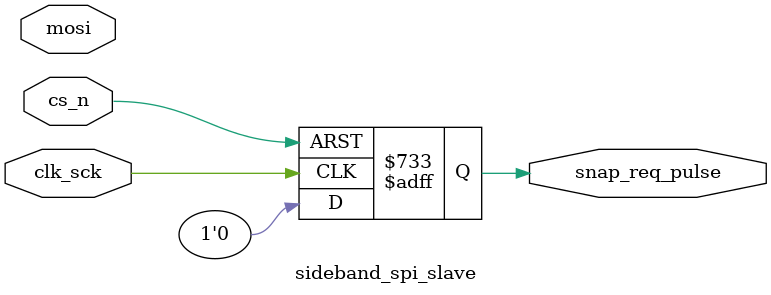
<source format=sv>

module sideband_spi_slave (
    input  wire clk_sck,
    input  wire cs_n,
    input  wire mosi,
    output reg  snap_req_pulse = 1'b0
);
    // CRC16/X25 (poly 0x1021 reflected -> 0x8408), init 0xFFFF, final XOR 0xFFFF
    function automatic [15:0] crc16_x25_byte(
        input [15:0] crc_in,
        input [7:0]  data
    );
        integer i;
        reg [15:0] crc;
        reg [7:0] d;
        begin
            crc = crc_in;
            d   = data;
            for (i = 0; i < 8; i = i + 1) begin
                if ((crc[0] ^ d[0]) == 1'b1) begin
                    crc = (crc >> 1) ^ 16'h8408;
                end else begin
                    crc = (crc >> 1);
                end
                d = d >> 1;
            end
            crc16_x25_byte = crc;
        end
    endfunction

    reg [7:0]  shift = 8'd0;
    reg [2:0]  bit_cnt = 3'd0;
    reg [7:0]  opcode = 8'd0;
    reg [7:0]  len = 8'd0;
    reg [7:0]  payload_cnt = 8'd0;
    reg [15:0] crc = 16'hFFFF;
    reg [15:0] recv_crc = 16'd0;
    reg [1:0]  state = 2'd0;

    localparam S_OPCODE = 2'd0;
    localparam S_LEN    = 2'd1;
    localparam S_PAYLD  = 2'd2;
    localparam S_CRC0   = 2'd3;

    always @(posedge clk_sck or posedge cs_n) begin
        if (cs_n) begin
            shift        <= 8'd0;
            bit_cnt      <= 3'd0;
            opcode       <= 8'd0;
            len          <= 8'd0;
            payload_cnt  <= 8'd0;
            crc          <= 16'hFFFF;
            recv_crc     <= 16'd0;
            state        <= S_OPCODE;
            snap_req_pulse <= 1'b0;
        end else begin
            snap_req_pulse <= 1'b0;
            shift   <= {mosi, shift[7:1]};
            bit_cnt <= bit_cnt + 3'd1;
            if (bit_cnt == 3'd7) begin
                case (state)
                    S_OPCODE: begin
                        opcode <= {mosi, shift[7:1]};
                        crc    <= crc16_x25_byte(16'hFFFF, {mosi, shift[7:1]});
                        state  <= S_LEN;
                    end
                    S_LEN: begin
                        len   <= {mosi, shift[7:1]};
                        crc   <= crc16_x25_byte(crc, {mosi, shift[7:1]});
                        payload_cnt <= 8'd0;
                        state <= ( {mosi, shift[7:1]} == 8'd0 ) ? S_CRC0 : S_PAYLD;
                    end
                    S_PAYLD: begin
                        crc <= crc16_x25_byte(crc, {mosi, shift[7:1]});
                        payload_cnt <= payload_cnt + 8'd1;
                        if (payload_cnt + 8'd1 == len)
                            state <= S_CRC0;
                    end
                    S_CRC0: begin
                        recv_crc[7:0] <= {mosi, shift[7:1]};
                        state <= S_CRC0 + 1'b1; // move to CRC1
                    end
                    default: begin // CRC1
                        recv_crc[15:8] <= {mosi, shift[7:1]};
                        // Check CRC and opcode; assert pulse if matches snapshot op (0x01)
                        if (({mosi, shift[7:1], recv_crc[7:0]} == {crc[15:8], crc[7:0]}) && opcode == 8'h01)
                            snap_req_pulse <= 1'b1;
                        state <= S_OPCODE; // ready for next frame
                    end
                endcase
            end
        end
    end
endmodule

</source>
